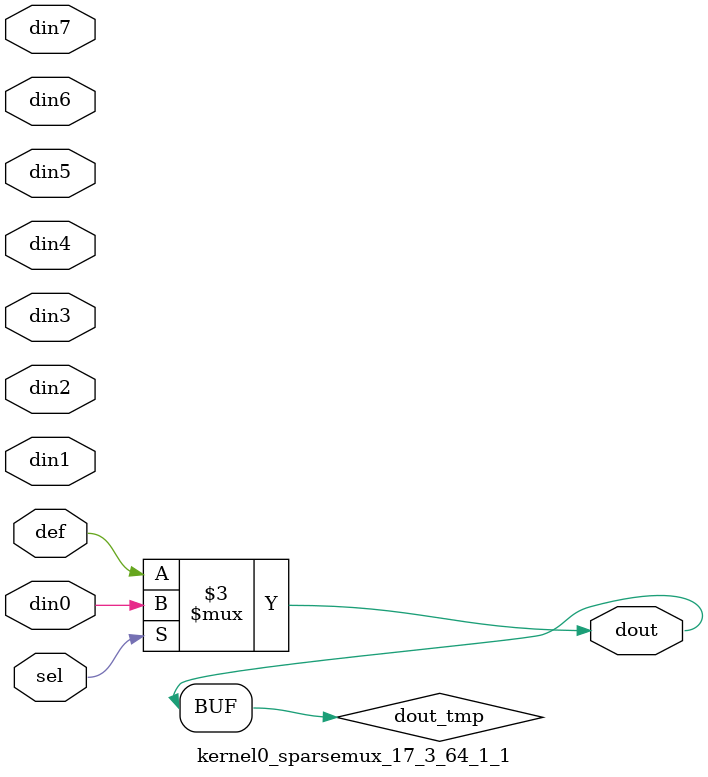
<source format=v>
`timescale 1ns / 1ps

module kernel0_sparsemux_17_3_64_1_1 (din0,din1,din2,din3,din4,din5,din6,din7,def,sel,dout);

parameter din0_WIDTH = 1;

parameter din1_WIDTH = 1;

parameter din2_WIDTH = 1;

parameter din3_WIDTH = 1;

parameter din4_WIDTH = 1;

parameter din5_WIDTH = 1;

parameter din6_WIDTH = 1;

parameter din7_WIDTH = 1;

parameter def_WIDTH = 1;
parameter sel_WIDTH = 1;
parameter dout_WIDTH = 1;

parameter [sel_WIDTH-1:0] CASE0 = 1;

parameter [sel_WIDTH-1:0] CASE1 = 1;

parameter [sel_WIDTH-1:0] CASE2 = 1;

parameter [sel_WIDTH-1:0] CASE3 = 1;

parameter [sel_WIDTH-1:0] CASE4 = 1;

parameter [sel_WIDTH-1:0] CASE5 = 1;

parameter [sel_WIDTH-1:0] CASE6 = 1;

parameter [sel_WIDTH-1:0] CASE7 = 1;

parameter ID = 1;
parameter NUM_STAGE = 1;



input [din0_WIDTH-1:0] din0;

input [din1_WIDTH-1:0] din1;

input [din2_WIDTH-1:0] din2;

input [din3_WIDTH-1:0] din3;

input [din4_WIDTH-1:0] din4;

input [din5_WIDTH-1:0] din5;

input [din6_WIDTH-1:0] din6;

input [din7_WIDTH-1:0] din7;

input [def_WIDTH-1:0] def;
input [sel_WIDTH-1:0] sel;

output [dout_WIDTH-1:0] dout;



reg [dout_WIDTH-1:0] dout_tmp;

always @ (*) begin
case (sel)
    
    CASE0 : dout_tmp = din0;
    
    CASE1 : dout_tmp = din1;
    
    CASE2 : dout_tmp = din2;
    
    CASE3 : dout_tmp = din3;
    
    CASE4 : dout_tmp = din4;
    
    CASE5 : dout_tmp = din5;
    
    CASE6 : dout_tmp = din6;
    
    CASE7 : dout_tmp = din7;
    
    default : dout_tmp = def;
endcase
end


assign dout = dout_tmp;



endmodule

</source>
